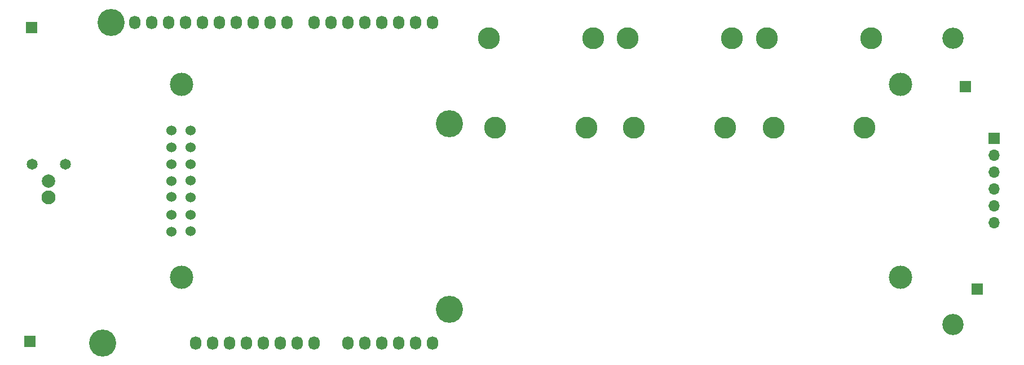
<source format=gbs>
G04 #@! TF.GenerationSoftware,KiCad,Pcbnew,(6.0.6)*
G04 #@! TF.CreationDate,2023-01-03T01:07:17+09:00*
G04 #@! TF.ProjectId,mt_reflowcnt,6d745f72-6566-46c6-9f77-636e742e6b69,rev?*
G04 #@! TF.SameCoordinates,Original*
G04 #@! TF.FileFunction,Soldermask,Bot*
G04 #@! TF.FilePolarity,Negative*
%FSLAX46Y46*%
G04 Gerber Fmt 4.6, Leading zero omitted, Abs format (unit mm)*
G04 Created by KiCad (PCBNEW (6.0.6)) date 2023-01-03 01:07:17*
%MOMM*%
%LPD*%
G01*
G04 APERTURE LIST*
%ADD10O,1.727200X2.032000*%
%ADD11C,4.064000*%
%ADD12C,3.294000*%
%ADD13R,1.700000X1.700000*%
%ADD14C,3.200000*%
%ADD15C,3.500000*%
%ADD16C,1.524000*%
%ADD17O,1.700000X1.700000*%
%ADD18C,2.000000*%
%ADD19C,1.650000*%
%ADD20C,2.100000*%
G04 APERTURE END LIST*
D10*
G04 #@! TO.C,P1*
X138938000Y-123825000D03*
X141478000Y-123825000D03*
X144018000Y-123825000D03*
X146558000Y-123825000D03*
X149098000Y-123825000D03*
X151638000Y-123825000D03*
X154178000Y-123825000D03*
X156718000Y-123825000D03*
G04 #@! TD*
G04 #@! TO.C,P2*
X161798000Y-123825000D03*
X164338000Y-123825000D03*
X166878000Y-123825000D03*
X169418000Y-123825000D03*
X171958000Y-123825000D03*
X174498000Y-123825000D03*
G04 #@! TD*
G04 #@! TO.C,P3*
X129794000Y-75565000D03*
X132334000Y-75565000D03*
X134874000Y-75565000D03*
X137414000Y-75565000D03*
X139954000Y-75565000D03*
X142494000Y-75565000D03*
X145034000Y-75565000D03*
X147574000Y-75565000D03*
X150114000Y-75565000D03*
X152654000Y-75565000D03*
G04 #@! TD*
G04 #@! TO.C,P4*
X156718000Y-75565000D03*
X159258000Y-75565000D03*
X161798000Y-75565000D03*
X164338000Y-75565000D03*
X166878000Y-75565000D03*
X169418000Y-75565000D03*
X171958000Y-75565000D03*
X174498000Y-75565000D03*
G04 #@! TD*
D11*
G04 #@! TO.C,P5*
X124968000Y-123825000D03*
G04 #@! TD*
G04 #@! TO.C,P6*
X177038000Y-118745000D03*
G04 #@! TD*
G04 #@! TO.C,P7*
X126238000Y-75565000D03*
G04 #@! TD*
G04 #@! TO.C,P8*
X177038000Y-90805000D03*
G04 #@! TD*
D12*
G04 #@! TO.C,J4*
X225661600Y-91439800D03*
X239361600Y-91439800D03*
X224661600Y-77939800D03*
X240361600Y-77939800D03*
G04 #@! TD*
D13*
G04 #@! TO.C,J6*
X114300000Y-76327000D03*
G04 #@! TD*
G04 #@! TO.C,J8*
X254508000Y-85217000D03*
G04 #@! TD*
D14*
G04 #@! TO.C,H1*
X252603000Y-77978000D03*
G04 #@! TD*
D12*
G04 #@! TO.C,J2*
X183904000Y-91459000D03*
X197604000Y-91459000D03*
X182904000Y-77959000D03*
X198604000Y-77959000D03*
G04 #@! TD*
D13*
G04 #@! TO.C,J5*
X114046000Y-123571000D03*
G04 #@! TD*
D15*
G04 #@! TO.C,U1*
X136770000Y-84941000D03*
X244770000Y-84941000D03*
X244770000Y-113941000D03*
X136770000Y-113941000D03*
D16*
X138170000Y-107021000D03*
X135270000Y-107061000D03*
X138170000Y-104521000D03*
X135270000Y-104521000D03*
X138170000Y-101911000D03*
X135270000Y-101891000D03*
X138170000Y-99431000D03*
X135270000Y-99441000D03*
X138170000Y-96901000D03*
X135270000Y-96901000D03*
X138170000Y-94361000D03*
X135270000Y-94361000D03*
X138170000Y-91821000D03*
X135270000Y-91821000D03*
G04 #@! TD*
D14*
G04 #@! TO.C,H2*
X252603000Y-121031000D03*
G04 #@! TD*
D13*
G04 #@! TO.C,J1*
X258826000Y-93040200D03*
D17*
X258826000Y-95580200D03*
X258826000Y-98120200D03*
X258826000Y-100660200D03*
X258826000Y-103200200D03*
X258826000Y-105740200D03*
G04 #@! TD*
D13*
G04 #@! TO.C,J7*
X256286000Y-115697000D03*
G04 #@! TD*
D12*
G04 #@! TO.C,J3*
X204732000Y-91439800D03*
X218432000Y-91439800D03*
X203732000Y-77939800D03*
X219432000Y-77939800D03*
G04 #@! TD*
D18*
G04 #@! TO.C,R3*
X116840000Y-99451400D03*
D19*
X119340000Y-96951400D03*
X114340000Y-96951400D03*
D20*
X116840000Y-101951400D03*
G04 #@! TD*
M02*

</source>
